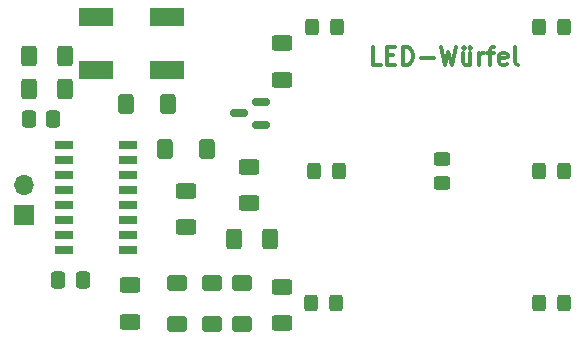
<source format=gbr>
%TF.GenerationSoftware,KiCad,Pcbnew,8.0.1*%
%TF.CreationDate,2024-04-22T11:34:39+02:00*%
%TF.ProjectId,wuerfel,77756572-6665-46c2-9e6b-696361645f70,rev?*%
%TF.SameCoordinates,Original*%
%TF.FileFunction,Soldermask,Top*%
%TF.FilePolarity,Negative*%
%FSLAX46Y46*%
G04 Gerber Fmt 4.6, Leading zero omitted, Abs format (unit mm)*
G04 Created by KiCad (PCBNEW 8.0.1) date 2024-04-22 11:34:39*
%MOMM*%
%LPD*%
G01*
G04 APERTURE LIST*
G04 Aperture macros list*
%AMRoundRect*
0 Rectangle with rounded corners*
0 $1 Rounding radius*
0 $2 $3 $4 $5 $6 $7 $8 $9 X,Y pos of 4 corners*
0 Add a 4 corners polygon primitive as box body*
4,1,4,$2,$3,$4,$5,$6,$7,$8,$9,$2,$3,0*
0 Add four circle primitives for the rounded corners*
1,1,$1+$1,$2,$3*
1,1,$1+$1,$4,$5*
1,1,$1+$1,$6,$7*
1,1,$1+$1,$8,$9*
0 Add four rect primitives between the rounded corners*
20,1,$1+$1,$2,$3,$4,$5,0*
20,1,$1+$1,$4,$5,$6,$7,0*
20,1,$1+$1,$6,$7,$8,$9,0*
20,1,$1+$1,$8,$9,$2,$3,0*%
G04 Aperture macros list end*
%ADD10C,0.300000*%
%ADD11R,3.000000X1.500000*%
%ADD12R,1.525000X0.650000*%
%ADD13RoundRect,0.150000X0.587500X0.150000X-0.587500X0.150000X-0.587500X-0.150000X0.587500X-0.150000X0*%
%ADD14RoundRect,0.250000X-0.625000X0.400000X-0.625000X-0.400000X0.625000X-0.400000X0.625000X0.400000X0*%
%ADD15RoundRect,0.250000X-0.325000X-0.450000X0.325000X-0.450000X0.325000X0.450000X-0.325000X0.450000X0*%
%ADD16RoundRect,0.250000X0.325000X0.450000X-0.325000X0.450000X-0.325000X-0.450000X0.325000X-0.450000X0*%
%ADD17RoundRect,0.250000X0.625000X-0.400000X0.625000X0.400000X-0.625000X0.400000X-0.625000X-0.400000X0*%
%ADD18RoundRect,0.250000X0.450000X-0.325000X0.450000X0.325000X-0.450000X0.325000X-0.450000X-0.325000X0*%
%ADD19RoundRect,0.250000X0.337500X0.475000X-0.337500X0.475000X-0.337500X-0.475000X0.337500X-0.475000X0*%
%ADD20RoundRect,0.250000X0.400000X0.625000X-0.400000X0.625000X-0.400000X-0.625000X0.400000X-0.625000X0*%
%ADD21RoundRect,0.250000X-0.600000X0.400000X-0.600000X-0.400000X0.600000X-0.400000X0.600000X0.400000X0*%
%ADD22RoundRect,0.250000X0.400000X0.600000X-0.400000X0.600000X-0.400000X-0.600000X0.400000X-0.600000X0*%
%ADD23R,1.700000X1.700000*%
%ADD24O,1.700000X1.700000*%
%ADD25RoundRect,0.250000X-0.337500X-0.475000X0.337500X-0.475000X0.337500X0.475000X-0.337500X0.475000X0*%
G04 APERTURE END LIST*
D10*
X223268796Y-52800828D02*
X222554510Y-52800828D01*
X222554510Y-52800828D02*
X222554510Y-51300828D01*
X223768796Y-52015114D02*
X224268796Y-52015114D01*
X224483082Y-52800828D02*
X223768796Y-52800828D01*
X223768796Y-52800828D02*
X223768796Y-51300828D01*
X223768796Y-51300828D02*
X224483082Y-51300828D01*
X225125939Y-52800828D02*
X225125939Y-51300828D01*
X225125939Y-51300828D02*
X225483082Y-51300828D01*
X225483082Y-51300828D02*
X225697368Y-51372257D01*
X225697368Y-51372257D02*
X225840225Y-51515114D01*
X225840225Y-51515114D02*
X225911654Y-51657971D01*
X225911654Y-51657971D02*
X225983082Y-51943685D01*
X225983082Y-51943685D02*
X225983082Y-52157971D01*
X225983082Y-52157971D02*
X225911654Y-52443685D01*
X225911654Y-52443685D02*
X225840225Y-52586542D01*
X225840225Y-52586542D02*
X225697368Y-52729400D01*
X225697368Y-52729400D02*
X225483082Y-52800828D01*
X225483082Y-52800828D02*
X225125939Y-52800828D01*
X226625939Y-52229400D02*
X227768797Y-52229400D01*
X228340225Y-51300828D02*
X228697368Y-52800828D01*
X228697368Y-52800828D02*
X228983082Y-51729400D01*
X228983082Y-51729400D02*
X229268797Y-52800828D01*
X229268797Y-52800828D02*
X229625940Y-51300828D01*
X230840226Y-51800828D02*
X230840226Y-52800828D01*
X230197368Y-51800828D02*
X230197368Y-52586542D01*
X230197368Y-52586542D02*
X230268797Y-52729400D01*
X230268797Y-52729400D02*
X230411654Y-52800828D01*
X230411654Y-52800828D02*
X230625940Y-52800828D01*
X230625940Y-52800828D02*
X230768797Y-52729400D01*
X230768797Y-52729400D02*
X230840226Y-52657971D01*
X230268797Y-51300828D02*
X230340226Y-51372257D01*
X230340226Y-51372257D02*
X230268797Y-51443685D01*
X230268797Y-51443685D02*
X230197368Y-51372257D01*
X230197368Y-51372257D02*
X230268797Y-51300828D01*
X230268797Y-51300828D02*
X230268797Y-51443685D01*
X230840226Y-51300828D02*
X230911654Y-51372257D01*
X230911654Y-51372257D02*
X230840226Y-51443685D01*
X230840226Y-51443685D02*
X230768797Y-51372257D01*
X230768797Y-51372257D02*
X230840226Y-51300828D01*
X230840226Y-51300828D02*
X230840226Y-51443685D01*
X231554511Y-52800828D02*
X231554511Y-51800828D01*
X231554511Y-52086542D02*
X231625940Y-51943685D01*
X231625940Y-51943685D02*
X231697369Y-51872257D01*
X231697369Y-51872257D02*
X231840226Y-51800828D01*
X231840226Y-51800828D02*
X231983083Y-51800828D01*
X232268797Y-51800828D02*
X232840225Y-51800828D01*
X232483082Y-52800828D02*
X232483082Y-51515114D01*
X232483082Y-51515114D02*
X232554511Y-51372257D01*
X232554511Y-51372257D02*
X232697368Y-51300828D01*
X232697368Y-51300828D02*
X232840225Y-51300828D01*
X233911654Y-52729400D02*
X233768797Y-52800828D01*
X233768797Y-52800828D02*
X233483083Y-52800828D01*
X233483083Y-52800828D02*
X233340225Y-52729400D01*
X233340225Y-52729400D02*
X233268797Y-52586542D01*
X233268797Y-52586542D02*
X233268797Y-52015114D01*
X233268797Y-52015114D02*
X233340225Y-51872257D01*
X233340225Y-51872257D02*
X233483083Y-51800828D01*
X233483083Y-51800828D02*
X233768797Y-51800828D01*
X233768797Y-51800828D02*
X233911654Y-51872257D01*
X233911654Y-51872257D02*
X233983083Y-52015114D01*
X233983083Y-52015114D02*
X233983083Y-52157971D01*
X233983083Y-52157971D02*
X233268797Y-52300828D01*
X234840225Y-52800828D02*
X234697368Y-52729400D01*
X234697368Y-52729400D02*
X234625939Y-52586542D01*
X234625939Y-52586542D02*
X234625939Y-51300828D01*
D11*
%TO.C,SW1*%
X199175009Y-48750000D03*
X205175009Y-48750000D03*
X199175009Y-53250000D03*
X205175009Y-53250000D03*
%TD*%
D12*
%TO.C,IC1*%
X201848000Y-68453000D03*
X201848000Y-67183000D03*
X201848000Y-65913000D03*
X201848000Y-64643000D03*
X201848000Y-63373000D03*
X201848000Y-62103000D03*
X201848000Y-60833000D03*
X201848000Y-59563000D03*
X196424000Y-59563000D03*
X196424000Y-60833000D03*
X196424000Y-62103000D03*
X196424000Y-63373000D03*
X196424000Y-64643000D03*
X196424000Y-65913000D03*
X196424000Y-67183000D03*
X196424000Y-68453000D03*
%TD*%
D13*
%TO.C,Q1*%
X213146626Y-57863296D03*
X213146626Y-55963296D03*
X211271626Y-56913296D03*
%TD*%
D14*
%TO.C,R1*%
X212090000Y-61442000D03*
X212090000Y-64542000D03*
%TD*%
D15*
%TO.C,D6*%
X217373827Y-72939173D03*
X219423827Y-72939173D03*
%TD*%
D16*
%TO.C,D9*%
X238727827Y-72939173D03*
X236677827Y-72939173D03*
%TD*%
D15*
%TO.C,D4*%
X217452327Y-49571173D03*
X219502327Y-49571173D03*
%TD*%
D14*
%TO.C,R8*%
X214884000Y-71602000D03*
X214884000Y-74702000D03*
%TD*%
D17*
%TO.C,R6*%
X206756000Y-66574000D03*
X206756000Y-63474000D03*
%TD*%
D18*
%TO.C,D10*%
X228431827Y-62788173D03*
X228431827Y-60738173D03*
%TD*%
D19*
%TO.C,C2*%
X195537500Y-57404000D03*
X193462500Y-57404000D03*
%TD*%
D16*
%TO.C,D5*%
X219677827Y-61763173D03*
X217627827Y-61763173D03*
%TD*%
D20*
%TO.C,R7*%
X213894000Y-67564000D03*
X210794000Y-67564000D03*
%TD*%
D21*
%TO.C,D15*%
X209000000Y-71250000D03*
X209000000Y-74750000D03*
%TD*%
D20*
%TO.C,R3*%
X196550000Y-54864000D03*
X193450000Y-54864000D03*
%TD*%
%TO.C,R4*%
X196550000Y-52070000D03*
X193450000Y-52070000D03*
%TD*%
D14*
%TO.C,R5*%
X214884000Y-50950000D03*
X214884000Y-54050000D03*
%TD*%
D21*
%TO.C,D16*%
X211507969Y-71269008D03*
X211507969Y-74769008D03*
%TD*%
D16*
%TO.C,D8*%
X238727827Y-61763173D03*
X236677827Y-61763173D03*
%TD*%
%TO.C,D7*%
X238727827Y-49571173D03*
X236677827Y-49571173D03*
%TD*%
D17*
%TO.C,R2*%
X202000000Y-74550000D03*
X202000000Y-71450000D03*
%TD*%
D22*
%TO.C,D13*%
X208506000Y-59944000D03*
X205006000Y-59944000D03*
%TD*%
D21*
%TO.C,D14*%
X206000000Y-71250000D03*
X206000000Y-74750000D03*
%TD*%
D23*
%TO.C,J1*%
X193040000Y-65532000D03*
D24*
X193040000Y-62992000D03*
%TD*%
D25*
%TO.C,C1*%
X195962500Y-71000000D03*
X198037500Y-71000000D03*
%TD*%
D22*
%TO.C,D17*%
X205204000Y-56134000D03*
X201704000Y-56134000D03*
%TD*%
M02*

</source>
